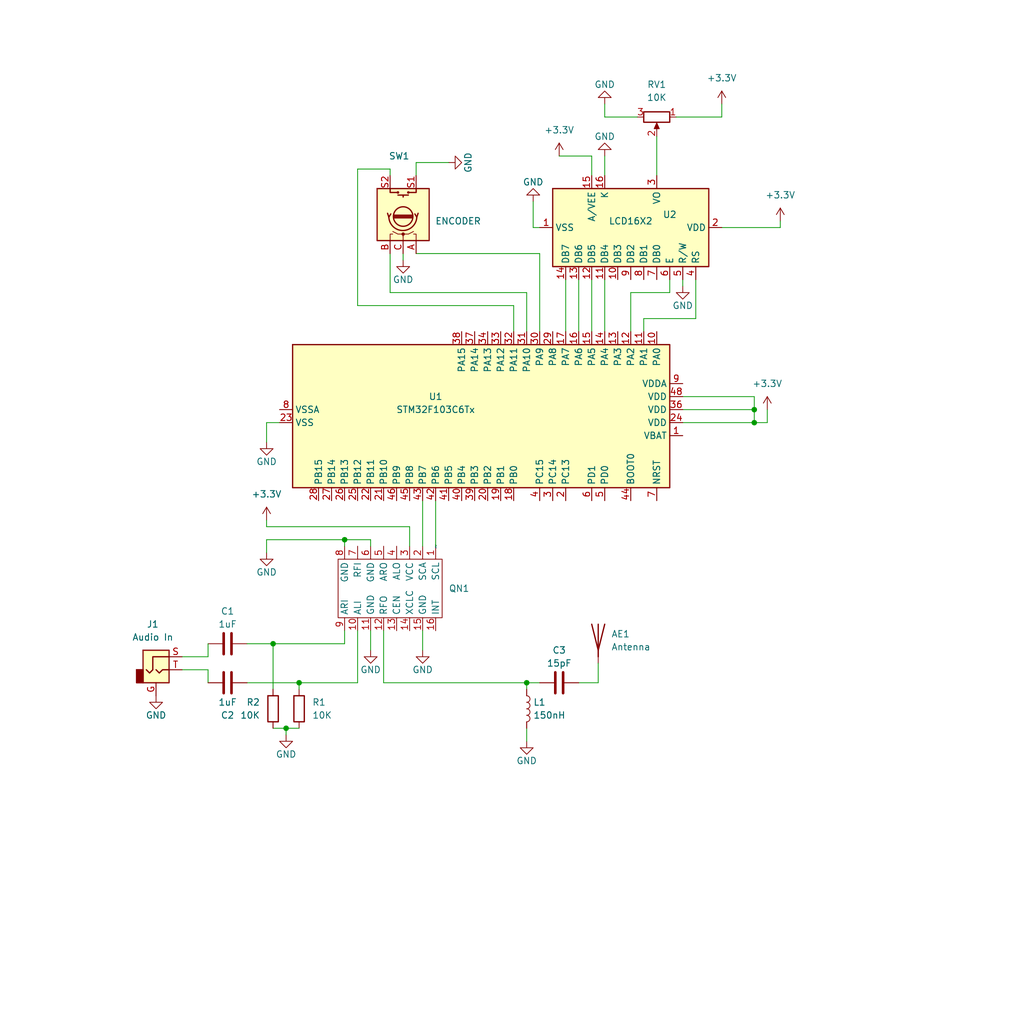
<source format=kicad_sch>
(kicad_sch (version 20230121) (generator eeschema)
  (paper "User" 200 200)
  (title_block (title "STM32 WITH  LCD16x2, ENCODER AND QN8066") (company "Ricardo Lima Caratti"))
  (lib_symbols
    (symbol "Connector_Audio:AudioJack2_Ground"
      (property "Reference" "J" (at 0 8.89 0))
      (property "Value" "AudioJack2_Ground" (at 0 6.35 0))
      (symbol "AudioJack2_Ground_0_1"
        (rectangle (start -2.54 -2.54) (end -3.81 0) (stroke (width 0.254)) (fill (type outline)))
        (polyline (pts (xy 0 0) (xy 0.635 -0.635) (xy 1.27 0) (xy 2.54 0)) (stroke (width 0.254)))
        (polyline (pts (xy 2.54 2.54) (xy -0.635 2.54) (xy -0.635 0) (xy -1.27 -0.635) (xy -1.905 0)) (stroke (width 0.254)))
        (rectangle (start 2.54 3.81) (end -2.54 -2.54) (stroke (width 0.254)) (fill (type background)))
      )
      (symbol "AudioJack2_Ground_1_1"
        (pin passive line (at 0 -5.08 90) (length 2.54) (name "~") (number "G"))
        (pin passive line (at 5.08 2.54 180) (length 2.54) (name "~") (number "S"))
        (pin passive line (at 5.08 0 180) (length 2.54) (name "~") (number "T"))
      )
    )
    (symbol "Device:Antenna" (pin_numbers hide) (pin_names (offset 1.016) hide)
      (property "Reference" "AE" (at -1.905 1.905 0))
      (property "Value" "Antenna" (at -1.905 0 0))
      (symbol "Antenna_0_1"
        (polyline (pts (xy 0 2.54) (xy 0 -3.81)) (stroke (width 0.254)))
        (polyline (pts (xy 1.27 2.54) (xy 0 -2.54) (xy -1.27 2.54)) (stroke (width 0.254)))
      )
      (symbol "Antenna_1_1"
        (pin input line (at 0 -5.08 90) (length 2.54) (name "A") (number "1"))
      )
    )
    (symbol "Device:C" (pin_numbers hide) (pin_names (offset 0.254))
      (property "Reference" "C" (at 0.635 2.54 0))
      (property "Value" "C" (at 0.635 -2.54 0))
      (symbol "C_0_1"
        (polyline (pts (xy -2.032 -0.762) (xy 2.032 -0.762)) (stroke (width 0.508)))
        (polyline (pts (xy -2.032 0.762) (xy 2.032 0.762)) (stroke (width 0.508)))
      )
      (symbol "C_1_1"
        (pin passive line (at 0 3.81 270) (length 2.794) (name "~") (number "1"))
        (pin passive line (at 0 -3.81 90) (length 2.794) (name "~") (number "2"))
      )
    )
    (symbol "Device:L" (pin_numbers hide) (pin_names (offset 1.016) hide)
      (property "Reference" "L" (at -1.27 0 90))
      (property "Value" "L" (at 1.905 0 90))
      (symbol "L_0_1"
        (arc (start 0 -2.54) (mid 0.6323 -1.905) (end 0 -1.27))
        (arc (start 0 -1.27) (mid 0.6323 -0.635) (end 0 0))
        (arc (start 0 0) (mid 0.6323 0.635) (end 0 1.27))
        (arc (start 0 1.27) (mid 0.6323 1.905) (end 0 2.54))
      )
      (symbol "L_1_1"
        (pin passive line (at 0 3.81 270) (length 1.27) (name "1") (number "1"))
        (pin passive line (at 0 -3.81 90) (length 1.27) (name "2") (number "2"))
      )
    )
    (symbol "Device:R" (pin_numbers hide) (pin_names (offset 0))
      (property "Reference" "R" (at 2.032 0 90))
      (property "Value" "R" (at 0 0 90))
      (symbol "R_0_1"
        (rectangle (start -1.016 -2.54) (end 1.016 2.54) (stroke (width 0.254)))
      )
      (symbol "R_1_1"
        (pin passive line (at 0 3.81 270) (length 1.27) (name "~") (number "1"))
        (pin passive line (at 0 -3.81 90) (length 1.27) (name "~") (number "2"))
      )
    )
    (symbol "Device:R_Potentiometer" (pin_names (offset 1.016) hide)
      (property "Reference" "RV" (at -4.445 0 90))
      (property "Value" "R_Potentiometer" (at -2.54 0 90))
      (symbol "R_Potentiometer_0_1"
        (polyline (pts (xy 2.54 0) (xy 1.524 0)))
        (polyline (pts (xy 1.143 0) (xy 2.286 0.508) (xy 2.286 -0.508) (xy 1.143 0)) (fill (type outline)))
        (rectangle (start 1.016 2.54) (end -1.016 -2.54) (stroke (width 0.254)))
      )
      (symbol "R_Potentiometer_1_1"
        (pin passive line (at 0 3.81 270) (length 1.27) (name "1") (number "1"))
        (pin passive line (at 3.81 0 180) (length 1.27) (name "2") (number "2"))
        (pin passive line (at 0 -3.81 90) (length 1.27) (name "3") (number "3"))
      )
    )
    (symbol "Device:RotaryEncoder_Switch" (pin_names (offset 0.254) hide)
      (property "Reference" "SW" (at 0 6.604 0))
      (property "Value" "RotaryEncoder_Switch" (at 0 -6.604 0))
      (symbol "RotaryEncoder_Switch_0_1"
        (rectangle (start -5.08 5.08) (end 5.08 -5.08) (stroke (width 0.254)) (fill (type background)))
        (circle (center -3.81 0) (radius 0.254) (fill (type outline)))
        (circle (center -0.381 0) (radius 1.905) (stroke (width 0.254)))
        (arc (start -0.381 2.667) (mid -3.0988 -0.0635) (end -0.381 -2.794) (stroke (width 0.254)))
        (polyline (pts (xy -0.635 -1.778) (xy -0.635 1.778)) (stroke (width 0.254)))
        (polyline (pts (xy -0.381 -1.778) (xy -0.381 1.778)) (stroke (width 0.254)))
        (polyline (pts (xy -0.127 1.778) (xy -0.127 -1.778)) (stroke (width 0.254)))
        (polyline (pts (xy 3.81 0) (xy 3.429 0)) (stroke (width 0.254)))
        (polyline (pts (xy 3.81 1.016) (xy 3.81 -1.016)) (stroke (width 0.254)))
        (polyline (pts (xy -5.08 -2.54) (xy -3.81 -2.54) (xy -3.81 -2.032)))
        (polyline (pts (xy -5.08 2.54) (xy -3.81 2.54) (xy -3.81 2.032)))
        (polyline (pts (xy 0.254 -3.048) (xy -0.508 -2.794) (xy 0.127 -2.413)) (stroke (width 0.254)))
        (polyline (pts (xy 0.254 2.921) (xy -0.508 2.667) (xy 0.127 2.286)) (stroke (width 0.254)))
        (polyline (pts (xy 5.08 -2.54) (xy 4.318 -2.54) (xy 4.318 -1.016)) (stroke (width 0.254)))
        (polyline (pts (xy 5.08 2.54) (xy 4.318 2.54) (xy 4.318 1.016)) (stroke (width 0.254)))
        (polyline (pts (xy -5.08 0) (xy -3.81 0) (xy -3.81 -1.016) (xy -3.302 -2.032)))
        (polyline (pts (xy -4.318 0) (xy -3.81 0) (xy -3.81 1.016) (xy -3.302 2.032)))
        (circle (center 4.318 -1.016) (radius 0.127) (stroke (width 0.254)))
        (circle (center 4.318 1.016) (radius 0.127) (stroke (width 0.254)))
      )
      (symbol "RotaryEncoder_Switch_1_1"
        (pin passive line (at -7.62 2.54 0) (length 2.54) (name "A") (number "A"))
        (pin passive line (at -7.62 -2.54 0) (length 2.54) (name "B") (number "B"))
        (pin passive line (at -7.62 0 0) (length 2.54) (name "C") (number "C"))
        (pin passive line (at 7.62 2.54 180) (length 2.54) (name "S1") (number "S1"))
        (pin passive line (at 7.62 -2.54 180) (length 2.54) (name "S2") (number "S2"))
      )
    )
    (symbol "Display_Character:RC1602A"
      (property "Reference" "U" (at -6.35 16.51 0))
      (property "Value" "RC1602A" (at 2.794 16.51 0))
      (symbol "RC1602A_0_1"
        (rectangle (start -7.62 15.24) (end 7.62 -15.24) (stroke (width 0.254)) (fill (type background)))
      )
      (symbol "RC1602A_1_1"
        (pin power_in line (at 0 -17.78 90) (length 2.54) (name "VSS") (number "1"))
        (pin bidirectional line (at -10.16 -2.54 0) (length 2.54) (name "DB3") (number "10"))
        (pin bidirectional line (at -10.16 -5.08 0) (length 2.54) (name "DB4") (number "11"))
        (pin bidirectional line (at -10.16 -7.62 0) (length 2.54) (name "DB5") (number "12"))
        (pin bidirectional line (at -10.16 -10.16 0) (length 2.54) (name "DB6") (number "13"))
        (pin bidirectional line (at -10.16 -12.7 0) (length 2.54) (name "DB7") (number "14"))
        (pin power_in line (at 10.16 -7.62 180) (length 2.54) (name "A/VEE") (number "15"))
        (pin power_in line (at 10.16 -5.08 180) (length 2.54) (name "K") (number "16"))
        (pin power_in line (at 0 17.78 270) (length 2.54) (name "VDD") (number "2"))
        (pin power_in line (at 10.16 5.08 180) (length 2.54) (name "VO") (number "3"))
        (pin input line (at -10.16 12.7 0) (length 2.54) (name "RS") (number "4"))
        (pin input line (at -10.16 10.16 0) (length 2.54) (name "R/W") (number "5"))
        (pin input line (at -10.16 7.62 0) (length 2.54) (name "E") (number "6"))
        (pin bidirectional line (at -10.16 5.08 0) (length 2.54) (name "DB0") (number "7"))
        (pin bidirectional line (at -10.16 2.54 0) (length 2.54) (name "DB1") (number "8"))
        (pin bidirectional line (at -10.16 0 0) (length 2.54) (name "DB2") (number "9"))
      )
    )
    (symbol "MCU_ST_STM32F1:STM32F103C6Tx"
      (property "Reference" "U" (at -12.7 39.37 0))
      (property "Value" "STM32F103C6Tx" (at 10.16 39.37 0))
      (symbol "STM32F103C6Tx_0_1"
        (rectangle (start -12.7 -35.56) (end 15.24 38.1) (stroke (width 0.254)) (fill (type background)))
      )
      (symbol "STM32F103C6Tx_1_1"
        (pin power_in line (at -2.54 40.64 270) (length 2.54) (name "VBAT") (number "1"))
        (pin bidirectional line (at 17.78 35.56 180) (length 2.54) (name "PA0") (number "10"))
        (pin bidirectional line (at 17.78 33.02 180) (length 2.54) (name "PA1") (number "11"))
        (pin bidirectional line (at 17.78 30.48 180) (length 2.54) (name "PA2") (number "12"))
        (pin bidirectional line (at 17.78 27.94 180) (length 2.54) (name "PA3") (number "13"))
        (pin bidirectional line (at 17.78 25.4 180) (length 2.54) (name "PA4") (number "14"))
        (pin bidirectional line (at 17.78 22.86 180) (length 2.54) (name "PA5") (number "15"))
        (pin bidirectional line (at 17.78 20.32 180) (length 2.54) (name "PA6") (number "16"))
        (pin bidirectional line (at 17.78 17.78 180) (length 2.54) (name "PA7") (number "17"))
        (pin bidirectional line (at -15.24 7.62 0) (length 2.54) (name "PB0") (number "18"))
        (pin bidirectional line (at -15.24 5.08 0) (length 2.54) (name "PB1") (number "19"))
        (pin bidirectional line (at -15.24 17.78 0) (length 2.54) (name "PC13") (number "2"))
        (pin bidirectional line (at -15.24 2.54 0) (length 2.54) (name "PB2") (number "20"))
        (pin bidirectional line (at -15.24 -17.78 0) (length 2.54) (name "PB10") (number "21"))
        (pin bidirectional line (at -15.24 -20.32 0) (length 2.54) (name "PB11") (number "22"))
        (pin power_in line (at 0 -38.1 90) (length 2.54) (name "VSS") (number "23"))
        (pin power_in line (at 0 40.64 270) (length 2.54) (name "VDD") (number "24"))
        (pin bidirectional line (at -15.24 -22.86 0) (length 2.54) (name "PB12") (number "25"))
        (pin bidirectional line (at -15.24 -25.4 0) (length 2.54) (name "PB13") (number "26"))
        (pin bidirectional line (at -15.24 -27.94 0) (length 2.54) (name "PB14") (number "27"))
        (pin bidirectional line (at -15.24 -30.48 0) (length 2.54) (name "PB15") (number "28"))
        (pin bidirectional line (at 17.78 15.24 180) (length 2.54) (name "PA8") (number "29"))
        (pin bidirectional line (at -15.24 15.24 0) (length 2.54) (name "PC14") (number "3"))
        (pin bidirectional line (at 17.78 12.7 180) (length 2.54) (name "PA9") (number "30"))
        (pin bidirectional line (at 17.78 10.16 180) (length 2.54) (name "PA10") (number "31"))
        (pin bidirectional line (at 17.78 7.62 180) (length 2.54) (name "PA11") (number "32"))
        (pin bidirectional line (at 17.78 5.08 180) (length 2.54) (name "PA12") (number "33"))
        (pin bidirectional line (at 17.78 2.54 180) (length 2.54) (name "PA13") (number "34"))
        (pin passive line (at 0 -38.1 90) (length 2.54) hide (name "VSS") (number "35"))
        (pin power_in line (at 2.54 40.64 270) (length 2.54) (name "VDD") (number "36"))
        (pin bidirectional line (at 17.78 0 180) (length 2.54) (name "PA14") (number "37"))
        (pin bidirectional line (at 17.78 -2.54 180) (length 2.54) (name "PA15") (number "38"))
        (pin bidirectional line (at -15.24 0 0) (length 2.54) (name "PB3") (number "39"))
        (pin bidirectional line (at -15.24 12.7 0) (length 2.54) (name "PC15") (number "4"))
        (pin bidirectional line (at -15.24 -2.54 0) (length 2.54) (name "PB4") (number "40"))
        (pin bidirectional line (at -15.24 -5.08 0) (length 2.54) (name "PB5") (number "41"))
        (pin bidirectional line (at -15.24 -7.62 0) (length 2.54) (name "PB6") (number "42"))
        (pin bidirectional line (at -15.24 -10.16 0) (length 2.54) (name "PB7") (number "43"))
        (pin input line (at -15.24 30.48 0) (length 2.54) (name "BOOT0") (number "44"))
        (pin bidirectional line (at -15.24 -12.7 0) (length 2.54) (name "PB8") (number "45"))
        (pin bidirectional line (at -15.24 -15.24 0) (length 2.54) (name "PB9") (number "46"))
        (pin passive line (at 0 -38.1 90) (length 2.54) hide (name "VSS") (number "47"))
        (pin power_in line (at 5.08 40.64 270) (length 2.54) (name "VDD") (number "48"))
        (pin bidirectional line (at -15.24 25.4 0) (length 2.54) (name "PD0") (number "5"))
        (pin bidirectional line (at -15.24 22.86 0) (length 2.54) (name "PD1") (number "6"))
        (pin input line (at -15.24 35.56 0) (length 2.54) (name "NRST") (number "7"))
        (pin power_in line (at 2.54 -38.1 90) (length 2.54) (name "VSSA") (number "8"))
        (pin power_in line (at 7.62 40.64 270) (length 2.54) (name "VDDA") (number "9"))
      )
    )
    (symbol "QN8066:QN8066"
      (property "Reference" "QN8066" (at 0 15.24 0))
      (symbol "QN8066_0_1"
        (rectangle (start -6.35 13.97) (end 5.08 -6.35))
      )
      (symbol "QN8066_1_1"
        (pin input line (at -8.89 12.7 0) (length 2.54) (name "SCL") (number "1"))
        (pin input line (at 7.62 -2.54 180) (length 2.54) (name "ALI") (number "10"))
        (pin passive line (at 7.62 0 180) (length 2.54) (name "GND") (number "11"))
        (pin output line (at 7.62 2.54 180) (length 2.54) (name "RFO") (number "12"))
        (pin input line (at 7.62 5.08 180) (length 2.54) (name "CEN") (number "13"))
        (pin input line (at 7.62 7.62 180) (length 2.54) (name "XCLC") (number "14"))
        (pin passive line (at 7.62 10.16 180) (length 2.54) (name "GND") (number "15"))
        (pin output line (at 7.62 12.7 180) (length 2.54) (name "INT") (number "16"))
        (pin bidirectional line (at -8.89 10.16 0) (length 2.54) (name "SCA") (number "2"))
        (pin power_in line (at -8.89 7.62 0) (length 2.54) (name "VCC") (number "3"))
        (pin output line (at -8.89 5.08 0) (length 2.54) (name "ALO") (number "4"))
        (pin output line (at -8.89 2.54 0) (length 2.54) (name "ARO") (number "5"))
        (pin passive line (at -8.89 0 0) (length 2.54) (name "GND") (number "6"))
        (pin input line (at -8.89 -2.54 0) (length 2.54) (name "RFI") (number "7"))
        (pin passive line (at -8.89 -5.08 0) (length 2.54) (name "GND") (number "8"))
        (pin input line (at 7.62 -5.08 180) (length 2.54) (name "ARI") (number "9"))
      )
    )
    (symbol "power:+3.3V" (power) (pin_names (offset 0))
      (property "Value" "+3.3V" (at 0 3.556 0))
      (symbol "+3.3V_0_1"
        (polyline (pts (xy -0.762 1.27) (xy 0 2.54)))
        (polyline (pts (xy 0 0) (xy 0 2.54)))
        (polyline (pts (xy 0 2.54) (xy 0.762 1.27)))
      )
      (symbol "+3.3V_1_1"
        (pin power_in line (at 0 0 90) (length 0) hide (name "+3.3V") (number "1"))
      )
    )
    (symbol "power:GND" (power) (pin_names (offset 0))
      (property "Value" "GND" (at 0 -3.81 0))
      (symbol "GND_0_1"
        (polyline (pts (xy 0 0) (xy 0 -1.27) (xy 1.27 -1.27) (xy 0 -2.54) (xy -1.27 -1.27) (xy 0 -1.27)))
      )
      (symbol "GND_1_1"
        (pin power_in line (at 0 0 270) (length 0) hide (name "GND") (number "1"))
      )
    )
  )
  (junction (at 55.88 142.24))
  (junction (at 102.87 133.35))
  (junction (at 67.31 105.41))
  (junction (at 53.34 125.73))
  (junction (at 58.42 133.35))
  (junction (at 147.32 80.01))
  (junction (at 147.32 82.55))
  (wire (pts (xy 69.85 123.19) (xy 69.85 133.35)))
  (wire (pts (xy 140.97 44.45) (xy 152.4 44.45)))
  (wire (pts (xy 149.86 82.55) (xy 149.86 80.01)))
  (wire (pts (xy 52.07 105.41) (xy 52.07 107.95)))
  (wire (pts (xy 135.89 54.61) (xy 135.89 62.23)))
  (wire (pts (xy 58.42 134.62) (xy 58.42 133.35)))
  (wire (pts (xy 133.35 54.61) (xy 133.35 55.88)))
  (wire (pts (xy 81.28 31.75) (xy 87.63 31.75)))
  (wire (pts (xy 72.39 123.19) (xy 72.39 127)))
  (wire (pts (xy 140.97 20.32) (xy 140.97 22.86)))
  (wire (pts (xy 76.2 49.53) (xy 76.2 57.15)))
  (wire (pts (xy 80.01 102.87) (xy 52.07 102.87)))
  (wire (pts (xy 100.33 59.69) (xy 100.33 64.77)))
  (wire (pts (xy 80.01 106.68) (xy 80.01 102.87)))
  (wire (pts (xy 81.28 34.29) (xy 81.28 31.75)))
  (wire (pts (xy 76.2 33.02) (xy 69.85 33.02)))
  (wire (pts (xy 69.85 59.69) (xy 100.33 59.69)))
  (wire (pts (xy 40.64 125.73) (xy 40.64 128.27)))
  (wire (pts (xy 147.32 77.47) (xy 147.32 80.01)))
  (wire (pts (xy 115.57 54.61) (xy 115.57 64.77)))
  (wire (pts (xy 118.11 20.32) (xy 118.11 22.86)))
  (wire (pts (xy 58.42 133.35) (xy 48.26 133.35)))
  (wire (pts (xy 35.56 130.81) (xy 40.64 130.81)))
  (wire (pts (xy 132.08 22.86) (xy 140.97 22.86)))
  (wire (pts (xy 82.55 97.79) (xy 82.55 106.68)))
  (wire (pts (xy 67.31 125.73) (xy 67.31 123.19)))
  (wire (pts (xy 85.09 97.79) (xy 85.09 106.68)))
  (wire (pts (xy 102.87 133.35) (xy 102.87 134.62)))
  (wire (pts (xy 52.07 102.87) (xy 52.07 101.6)))
  (wire (pts (xy 105.41 49.53) (xy 105.41 64.77)))
  (wire (pts (xy 72.39 105.41) (xy 67.31 105.41)))
  (wire (pts (xy 128.27 26.67) (xy 128.27 34.29)))
  (wire (pts (xy 133.35 77.47) (xy 147.32 77.47)))
  (wire (pts (xy 78.74 50.8) (xy 78.74 49.53)))
  (wire (pts (xy 102.87 142.24) (xy 102.87 144.78)))
  (wire (pts (xy 104.14 39.37) (xy 104.14 44.45)))
  (wire (pts (xy 109.22 30.48) (xy 115.57 30.48)))
  (wire (pts (xy 40.64 130.81) (xy 40.64 133.35)))
  (wire (pts (xy 67.31 105.41) (xy 52.07 105.41)))
  (wire (pts (xy 74.93 133.35) (xy 102.87 133.35)))
  (wire (pts (xy 52.07 82.55) (xy 52.07 86.36)))
  (wire (pts (xy 102.87 57.15) (xy 102.87 64.77)))
  (wire (pts (xy 110.49 54.61) (xy 110.49 64.77)))
  (wire (pts (xy 147.32 80.01) (xy 147.32 82.55)))
  (wire (pts (xy 104.14 44.45) (xy 105.41 44.45)))
  (wire (pts (xy 82.55 123.19) (xy 82.55 127)))
  (wire (pts (xy 118.11 30.48) (xy 118.11 34.29)))
  (wire (pts (xy 123.19 64.77) (xy 123.19 57.15)))
  (wire (pts (xy 113.03 133.35) (xy 116.84 133.35)))
  (wire (pts (xy 124.46 22.86) (xy 118.11 22.86)))
  (wire (pts (xy 125.73 64.77) (xy 125.73 62.23)))
  (wire (pts (xy 116.84 129.54) (xy 116.84 133.35)))
  (wire (pts (xy 69.85 133.35) (xy 58.42 133.35)))
  (wire (pts (xy 55.88 142.24) (xy 58.42 142.24)))
  (wire (pts (xy 133.35 80.01) (xy 147.32 80.01)))
  (wire (pts (xy 72.39 106.68) (xy 72.39 105.41)))
  (wire (pts (xy 118.11 54.61) (xy 118.11 64.77)))
  (wire (pts (xy 53.34 125.73) (xy 53.34 134.62)))
  (wire (pts (xy 48.26 125.73) (xy 53.34 125.73)))
  (wire (pts (xy 35.56 128.27) (xy 40.64 128.27)))
  (wire (pts (xy 67.31 105.41) (xy 67.31 106.68)))
  (wire (pts (xy 113.03 54.61) (xy 113.03 64.77)))
  (wire (pts (xy 125.73 62.23) (xy 135.89 62.23)))
  (wire (pts (xy 76.2 57.15) (xy 102.87 57.15)))
  (wire (pts (xy 147.32 82.55) (xy 149.86 82.55)))
  (wire (pts (xy 123.19 57.15) (xy 130.81 57.15)))
  (wire (pts (xy 133.35 82.55) (xy 147.32 82.55)))
  (wire (pts (xy 55.88 142.24) (xy 55.88 143.51)))
  (wire (pts (xy 115.57 34.29) (xy 115.57 30.48)))
  (wire (pts (xy 130.81 57.15) (xy 130.81 54.61)))
  (wire (pts (xy 69.85 33.02) (xy 69.85 59.69)))
  (wire (pts (xy 76.2 34.29) (xy 76.2 33.02)))
  (wire (pts (xy 105.41 133.35) (xy 102.87 133.35)))
  (wire (pts (xy 53.34 125.73) (xy 67.31 125.73)))
  (wire (pts (xy 54.61 82.55) (xy 52.07 82.55)))
  (wire (pts (xy 74.93 123.19) (xy 74.93 133.35)))
  (wire (pts (xy 81.28 49.53) (xy 105.41 49.53)))
  (wire (pts (xy 152.4 44.45) (xy 152.4 43.18)))
  (wire (pts (xy 53.34 142.24) (xy 55.88 142.24)))
  (symbol (lib_id "power:+3.3V") (at 152.4 43.18 0) (unit 1)
    (property "Reference" "#PWR03" (effects hide))
    (property "Value" "+3.3V" (at 152.4 38.1 0))
  )
  (symbol (lib_id "Device:R") (at 53.34 138.43 0) (mirror y) (unit 1)
    (property "Reference" "R2" (at 50.8 137.16 0) (effects (justify left)))
    (property "Value" "10K" (at 50.8 139.7 0) (effects (justify left)))
  )
  (symbol (lib_id "Display_Character:RC1602A") (at 123.19 44.45 270) (mirror x) (unit 1)
    (property "Reference" "U2" (at 130.81 41.91 90))
    (property "Value" "LCD16X2" (at 123.19 43.18 90))
    (property "Footprint" "Display:RC1602A" (effects hide))
    (property "Datasheet" "http://www.raystar-optronics.com/down.php?ProID=18" (effects hide))
  )
  (symbol (lib_id "power:GND") (at 72.39 127 0) (unit 1)
    (property "Reference" "#PWR014" (effects hide))
    (property "Value" "GND" (at 72.39 130.81 0))
  )
  (symbol (lib_id "Device:R") (at 58.42 138.43 0) (unit 1)
    (property "Reference" "R1" (at 60.96 137.16 0) (effects (justify left)))
    (property "Value" "10K" (at 60.96 139.7 0) (effects (justify left)))
  )
  (symbol (lib_id "power:+3.3V") (at 140.97 20.32 0) (unit 1)
    (property "Reference" "#PWR04" (effects hide))
    (property "Value" "+3.3V" (at 140.97 15.24 0))
  )
  (symbol (lib_id "power:GND") (at 87.63 31.75 90) (mirror x) (unit 1)
    (property "Reference" "#PWR09" (effects hide))
    (property "Value" "GND" (at 91.44 31.75 0))
  )
  (symbol (lib_id "Device:RotaryEncoder_Switch") (at 78.74 41.91 270) (mirror x) (unit 1)
    (property "Reference" "SW1" (at 80.01 30.48 90) (effects (justify right)))
    (property "Value" "ENCODER" (at 93.98 43.18 90) (effects (justify right)))
  )
  (symbol (lib_id "power:GND") (at 102.87 144.78 0) (unit 1)
    (property "Reference" "#PWR018" (effects hide))
    (property "Value" "GND" (at 102.87 148.59 0))
  )
  (symbol (lib_id "Device:C") (at 109.22 133.35 90) (unit 1)
    (property "Reference" "C3" (at 109.22 127 90))
    (property "Value" "15pF" (at 109.22 129.54 90))
  )
  (symbol (lib_id "power:GND") (at 118.11 30.48 180) (unit 1)
    (property "Reference" "#PWR06" (effects hide))
    (property "Value" "GND" (at 118.11 26.67 0))
  )
  (symbol (lib_id "Device:Antenna") (at 116.84 124.46 0) (unit 1)
    (property "Reference" "AE1" (at 119.38 123.825 0) (effects (justify left)))
    (property "Value" "Antenna" (at 119.38 126.365 0) (effects (justify left)))
  )
  (symbol (lib_id "power:+3.3V") (at 52.07 101.6 0) (unit 1)
    (property "Reference" "#PWR013" (effects hide))
    (property "Value" "+3.3V" (at 52.07 96.52 0))
  )
  (symbol (lib_id "power:GND") (at 78.74 50.8 0) (mirror y) (unit 1)
    (property "Reference" "#PWR08" (effects hide))
    (property "Value" "GND" (at 78.74 54.61 0))
  )
  (symbol (lib_id "power:GND") (at 104.14 39.37 180) (unit 1)
    (property "Reference" "#PWR02" (effects hide))
    (property "Value" "GND" (at 104.14 35.56 0))
  )
  (symbol (lib_id "power:GND") (at 52.07 107.95 0) (unit 1)
    (property "Reference" "#PWR012" (effects hide))
    (property "Value" "GND" (at 52.07 111.76 0))
  )
  (symbol (lib_id "power:GND") (at 118.11 20.32 180) (unit 1)
    (property "Reference" "#PWR05" (effects hide))
    (property "Value" "GND" (at 118.11 16.51 0))
  )
  (symbol (lib_id "Device:C") (at 44.45 133.35 90) (mirror x) (unit 1)
    (property "Reference" "C2" (at 44.45 139.7 90))
    (property "Value" "1uF" (at 44.45 137.16 90))
  )
  (symbol (lib_id "QN8066:QN8066") (at 72.39 115.57 270) (unit 1)
    (property "Reference" "QN1" (at 87.63 114.935 90) (effects (justify left)))
    (property "Value" "~" (at 85.09 106.68 0))
  )
  (symbol (lib_id "MCU_ST_STM32F1:STM32F103C6Tx") (at 92.71 82.55 270) (mirror x) (unit 1)
    (property "Reference" "U1" (at 85.09 77.47 90))
    (property "Value" "STM32F103C6Tx" (at 85.09 80.01 90))
    (property "Footprint" "Package_QFP:LQFP-48_7x7mm_P0.5mm" (effects hide))
    (property "Datasheet" "https://www.st.com/resource/en/datasheet/stm32f103c6.pdf" (effects hide))
  )
  (symbol (lib_id "power:+3.3V") (at 149.86 80.01 0) (unit 1)
    (property "Reference" "#PWR011" (effects hide))
    (property "Value" "+3.3V" (at 149.86 74.93 0))
  )
  (symbol (lib_id "power:GND") (at 82.55 127 0) (unit 1)
    (property "Reference" "#PWR015" (effects hide))
    (property "Value" "GND" (at 82.55 130.81 0))
  )
  (symbol (lib_id "power:GND") (at 30.48 135.89 0) (unit 1)
    (property "Reference" "#PWR016" (effects hide))
    (property "Value" "GND" (at 30.48 139.7 0))
  )
  (symbol (lib_id "power:+3.3V") (at 109.22 30.48 0) (unit 1)
    (property "Reference" "#PWR07" (effects hide))
    (property "Value" "+3.3V" (at 109.22 25.4 0))
  )
  (symbol (lib_id "power:GND") (at 133.35 55.88 0) (unit 1)
    (property "Reference" "#PWR01" (effects hide))
    (property "Value" "GND" (at 133.35 59.69 0))
  )
  (symbol (lib_id "Device:L") (at 102.87 138.43 0) (unit 1)
    (property "Reference" "L1" (at 104.14 137.16 0) (effects (justify left)))
    (property "Value" "150nH" (at 104.14 139.7 0) (effects (justify left)))
  )
  (symbol (lib_id "Device:R_Potentiometer") (at 128.27 22.86 270) (unit 1)
    (property "Reference" "RV1" (at 128.27 16.51 90))
    (property "Value" "10K" (at 128.27 19.05 90))
  )
  (symbol (lib_id "power:GND") (at 52.07 86.36 0) (unit 1)
    (property "Reference" "#PWR010" (effects hide))
    (property "Value" "GND" (at 52.07 90.17 0))
  )
  (symbol (lib_id "power:GND") (at 55.88 143.51 0) (unit 1)
    (property "Reference" "#PWR017" (effects hide))
    (property "Value" "GND" (at 55.88 147.32 0))
  )
  (symbol (lib_id "Device:C") (at 44.45 125.73 90) (unit 1)
    (property "Reference" "C1" (at 44.45 119.38 90))
    (property "Value" "1uF" (at 44.45 121.92 90))
  )
  (symbol (lib_id "Connector_Audio:AudioJack2_Ground") (at 30.48 130.81 0) (unit 1)
    (property "Reference" "J1" (at 29.845 121.92 0))
    (property "Value" "Audio In" (at 29.845 124.46 0))
  )
)
</source>
